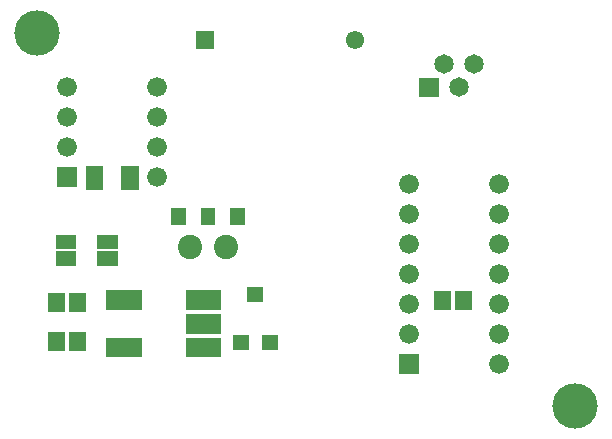
<source format=gbr>
G04 start of page 6 for group -4063 idx -4063 *
G04 Title: (unknown), componentmask *
G04 Creator: pcb 20110918 *
G04 CreationDate: Thu Jun  6 16:44:37 2013 UTC *
G04 For: fosse *
G04 Format: Gerber/RS-274X *
G04 PCB-Dimensions: 210000 156000 *
G04 PCB-Coordinate-Origin: lower left *
%MOIN*%
%FSLAX25Y25*%
%LNTOPMASK*%
%ADD69R,0.0494X0.0494*%
%ADD68R,0.0572X0.0572*%
%ADD67R,0.0493X0.0493*%
%ADD66R,0.0493X0.0493*%
%ADD65R,0.0651X0.0651*%
%ADD64R,0.0490X0.0490*%
%ADD63C,0.0810*%
%ADD62C,0.1510*%
%ADD61C,0.0610*%
%ADD60C,0.0651*%
%ADD59C,0.0660*%
%ADD58C,0.0001*%
G54D58*G36*
X141700Y37800D02*Y31200D01*
X148300D01*
Y37800D01*
X141700D01*
G37*
G54D59*X145000Y44500D03*
Y54500D03*
Y64500D03*
Y74500D03*
Y84500D03*
Y94500D03*
G54D58*G36*
X148404Y130024D02*Y123518D01*
X154910D01*
Y130024D01*
X148404D01*
G37*
G54D60*X156579Y134645D03*
X161500Y126771D03*
X166421Y134645D03*
G54D61*X127000Y142500D03*
G54D59*X175000Y94500D03*
Y84500D03*
Y74500D03*
Y64500D03*
Y54500D03*
Y44500D03*
Y34500D03*
G54D62*X200400Y20600D03*
G54D63*X72000Y73500D03*
X83800D03*
G54D62*X21000Y145000D03*
G54D58*G36*
X27700Y100300D02*Y93700D01*
X34300D01*
Y100300D01*
X27700D01*
G37*
G54D59*X31000Y107000D03*
Y117000D03*
Y127000D03*
X61000D03*
G54D58*G36*
X73950Y145550D02*Y139450D01*
X80050D01*
Y145550D01*
X73950D01*
G37*
G54D59*X61000Y117000D03*
Y107000D03*
Y97000D03*
G54D64*X77900Y84150D02*Y83350D01*
X68100Y84150D02*Y83350D01*
X87700Y84150D02*Y83350D01*
G54D65*X73805Y55839D02*X79120D01*
G54D66*X93527Y57775D02*X93922D01*
G54D65*X73805Y47965D02*X79120D01*
X73805Y40091D02*X79120D01*
G54D67*X88606Y41634D02*X89000D01*
X98448D02*X98842D01*
G54D65*X47230Y55839D02*X52545D01*
G54D68*X155957Y56099D02*Y55313D01*
X163043Y56099D02*Y55313D01*
G54D65*X47230Y40091D02*X52545D01*
G54D68*X40095Y97784D02*Y95422D01*
X51905Y97784D02*Y95422D01*
G54D69*X43406Y75256D02*X45374D01*
X43406Y69744D02*X45374D01*
X29626Y75256D02*X31594D01*
X29626Y69744D02*X31594D01*
G54D68*X27457Y42393D02*Y41607D01*
X34543Y42393D02*Y41607D01*
X27457Y55393D02*Y54607D01*
X34543Y55393D02*Y54607D01*
M02*

</source>
